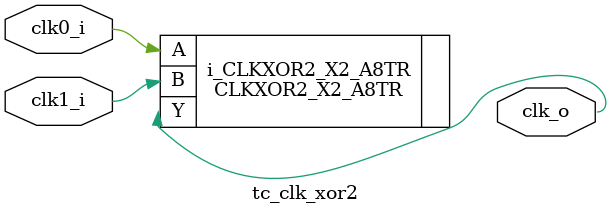
<source format=sv>
module tc_clk_and2 (
  input  logic clk0_i,
  input  logic clk1_i,
  output logic clk_o
);

  CLKAND2_X2_A8TR i_CLKAND2_X2_A8TR (
    .A ( clk0_i ),
    .B ( clk1_i ),
    .Y ( clk_o  )
  );

endmodule


module tc_clk_buffer (
  input  logic clk_i,
  output logic clk_o
);

  CLKBUF_X1_A8TR i_CLKBUF_X1_A8TR (
    .A ( clk_i ),
    .Y ( clk_o )
  );

endmodule


module tc_clk_gating (
   input  logic clk_i,
   input  logic en_i,
   input  logic test_en_i,
   output logic clk_o
);

  TLATNTSCA_X2_A8TR i_TLATNTSCA_X2_A8TR (
    .CK   ( clk_i     ),
    .E    ( en_i      ),
    .SE   ( test_en_i ),
    .ECK  ( clk_o     )
  );

endmodule


module tc_clk_inverter (
  input  logic clk_i,
  output logic clk_o
);

  CLKINV_X1_A8TR i_CLKINV_X1_A8TR (
    .A ( clk_i ),
    .Y ( clk_o )
  );

endmodule


module tc_clk_mux2 (
  input  logic clk0_i,
  input  logic clk1_i,
  input  logic clk_sel_i,
  output logic clk_o
);

  CLKMX2_X2_A8TR i_CLKMX2_X2_A8TR (
    .A  ( clk0_i    ),
    .B  ( clk1_i    ),
    .S0 ( clk_sel_i ),
    .Y  ( clk_o     )
  );

endmodule


module tc_clk_xor2 (
  input  logic clk0_i,
  input  logic clk1_i,
  output logic clk_o
);

  CLKXOR2_X2_A8TR i_CLKXOR2_X2_A8TR (
    .A ( clk0_i ),
    .B ( clk1_i ),
    .Y ( clk_o  )
  );

endmodule

</source>
